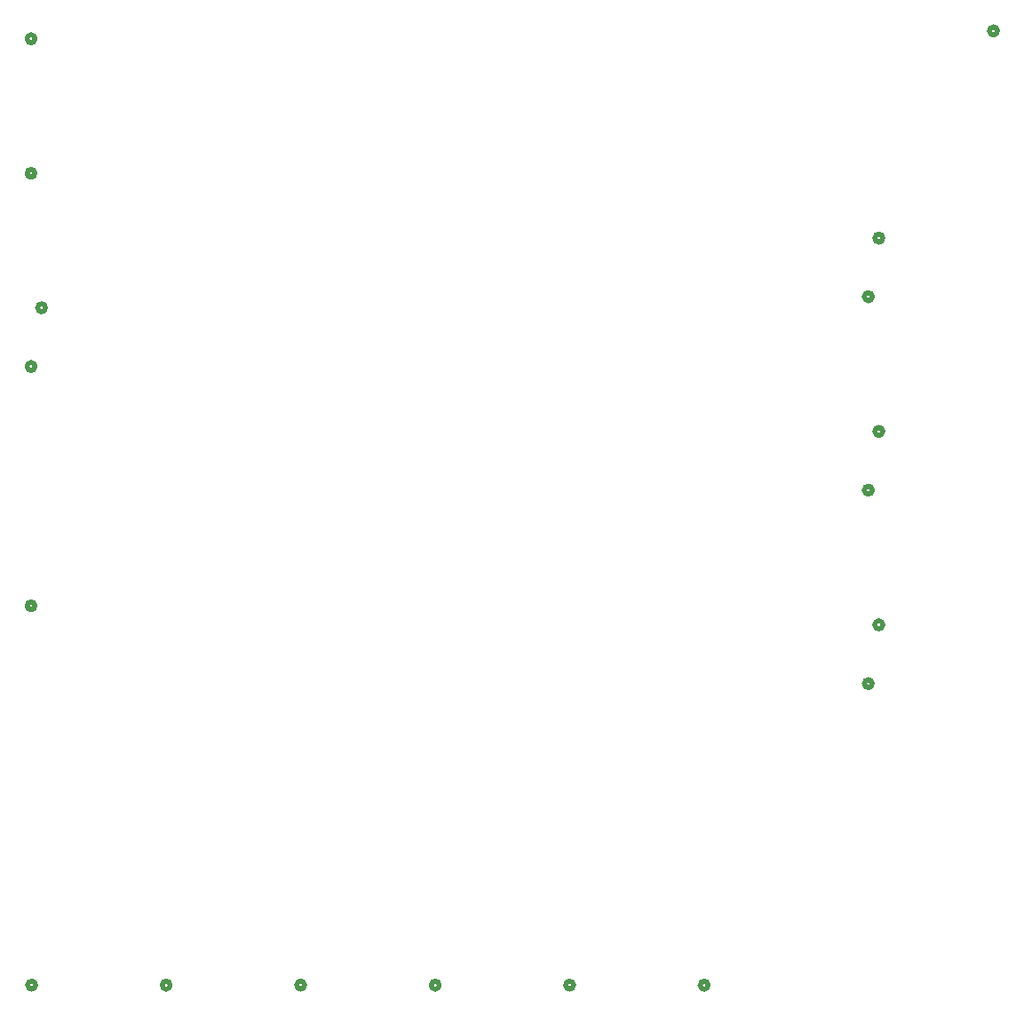
<source format=gbr>
%TF.GenerationSoftware,KiCad,Pcbnew,7.0.9*%
%TF.CreationDate,2024-02-26T13:17:10+02:00*%
%TF.ProjectId,kikad_project,6b696b61-645f-4707-926f-6a6563742e6b,rev?*%
%TF.SameCoordinates,Original*%
%TF.FileFunction,Legend,Bot*%
%TF.FilePolarity,Positive*%
%FSLAX46Y46*%
G04 Gerber Fmt 4.6, Leading zero omitted, Abs format (unit mm)*
G04 Created by KiCad (PCBNEW 7.0.9) date 2024-02-26 13:17:10*
%MOMM*%
%LPD*%
G01*
G04 APERTURE LIST*
%ADD10C,0.508000*%
G04 APERTURE END LIST*
D10*
%TO.C,J9*%
X22860900Y-100480001D02*
G75*
G03*
X22860900Y-100480001I-381000J0D01*
G01*
%TO.C,J7*%
X90801001Y-47690101D02*
G75*
G03*
X90801001Y-47690101I-381000J0D01*
G01*
%TO.C,J16*%
X90801001Y-66130101D02*
G75*
G03*
X90801001Y-66130101I-381000J0D01*
G01*
%TO.C,J11*%
X9981000Y-41505000D02*
G75*
G03*
X9981000Y-41505000I-381000J0D01*
G01*
%TO.C,J17*%
X89801000Y-71734999D02*
G75*
G03*
X89801000Y-71734999I-381000J0D01*
G01*
%TO.C,J10*%
X9981000Y-64315000D02*
G75*
G03*
X9981000Y-64315000I-381000J0D01*
G01*
%TO.C,J6*%
X10040900Y-100480001D02*
G75*
G03*
X10040900Y-100480001I-381000J0D01*
G01*
%TO.C,J2*%
X101726000Y-9510000D02*
G75*
G03*
X101726000Y-9510000I-381000J0D01*
G01*
%TO.C,J14*%
X9981000Y-23085000D02*
G75*
G03*
X9981000Y-23085000I-381000J0D01*
G01*
%TO.C,J1*%
X74150900Y-100480001D02*
G75*
G03*
X74150900Y-100480001I-381000J0D01*
G01*
%TO.C,J8*%
X89801000Y-53294999D02*
G75*
G03*
X89801000Y-53294999I-381000J0D01*
G01*
%TO.C,J3*%
X48510900Y-100480001D02*
G75*
G03*
X48510900Y-100480001I-381000J0D01*
G01*
%TO.C,J15*%
X61320900Y-100480001D02*
G75*
G03*
X61320900Y-100480001I-381000J0D01*
G01*
%TO.C,J4*%
X90801001Y-29260101D02*
G75*
G03*
X90801001Y-29260101I-381000J0D01*
G01*
%TO.C,J12*%
X10981001Y-35905000D02*
G75*
G03*
X10981001Y-35905000I-381000J0D01*
G01*
%TO.C,J5*%
X89801000Y-34854999D02*
G75*
G03*
X89801000Y-34854999I-381000J0D01*
G01*
%TO.C,J13*%
X9981000Y-10265000D02*
G75*
G03*
X9981000Y-10265000I-381000J0D01*
G01*
%TO.C,J18*%
X35680900Y-100480001D02*
G75*
G03*
X35680900Y-100480001I-381000J0D01*
G01*
%TD*%
M02*

</source>
